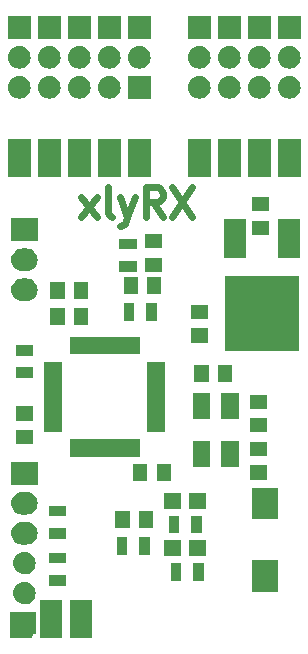
<source format=gbr>
G04 #@! TF.FileFunction,Soldermask,Top*
%FSLAX46Y46*%
G04 Gerber Fmt 4.6, Leading zero omitted, Abs format (unit mm)*
G04 Created by KiCad (PCBNEW (2016-11-06 revision 9ab7cfe)-master) date Tue Jan 10 10:26:56 2017*
%MOMM*%
%LPD*%
G01*
G04 APERTURE LIST*
%ADD10C,0.100000*%
%ADD11C,0.625000*%
G04 APERTURE END LIST*
D10*
D11*
X99207619Y-71490952D02*
X100517142Y-69824285D01*
X99207619Y-69824285D02*
X100517142Y-71490952D01*
X101826666Y-71490952D02*
X101588571Y-71371904D01*
X101469523Y-71133809D01*
X101469523Y-68990952D01*
X102540952Y-69824285D02*
X103136190Y-71490952D01*
X103731428Y-69824285D02*
X103136190Y-71490952D01*
X102898095Y-72086190D01*
X102779047Y-72205238D01*
X102540952Y-72324285D01*
X106112380Y-71490952D02*
X105279047Y-70300476D01*
X104683809Y-71490952D02*
X104683809Y-68990952D01*
X105636190Y-68990952D01*
X105874285Y-69110000D01*
X105993333Y-69229047D01*
X106112380Y-69467142D01*
X106112380Y-69824285D01*
X105993333Y-70062380D01*
X105874285Y-70181428D01*
X105636190Y-70300476D01*
X104683809Y-70300476D01*
X106945714Y-68990952D02*
X108612380Y-71490952D01*
X108612380Y-68990952D02*
X106945714Y-71490952D01*
D10*
G36*
X95155332Y-104962388D02*
X95174091Y-104968079D01*
X95193600Y-104970000D01*
X95360000Y-104970000D01*
X95360000Y-106870000D01*
X95193600Y-106870000D01*
X95174091Y-106871921D01*
X95155332Y-106877612D01*
X95138043Y-106886853D01*
X95122889Y-106899289D01*
X95110453Y-106914443D01*
X95101212Y-106931732D01*
X95095521Y-106950491D01*
X95093600Y-106970000D01*
X95093600Y-107160000D01*
X93166400Y-107160000D01*
X93166400Y-104960000D01*
X95150864Y-104960000D01*
X95155332Y-104962388D01*
X95155332Y-104962388D01*
G37*
G36*
X97633600Y-107160000D02*
X95706400Y-107160000D01*
X95706400Y-103960000D01*
X97633600Y-103960000D01*
X97633600Y-107160000D01*
X97633600Y-107160000D01*
G37*
G36*
X100173600Y-107160000D02*
X98246400Y-107160000D01*
X98246400Y-103960000D01*
X100173600Y-103960000D01*
X100173600Y-107160000D01*
X100173600Y-107160000D01*
G37*
G36*
X94423805Y-102430064D02*
X94423810Y-102430065D01*
X94427861Y-102430093D01*
X94612113Y-102450760D01*
X94788842Y-102506821D01*
X94951316Y-102596142D01*
X95093346Y-102715320D01*
X95209523Y-102859815D01*
X95295422Y-103024124D01*
X95347770Y-103201988D01*
X95347776Y-103202049D01*
X95347784Y-103202078D01*
X95364578Y-103386627D01*
X95345208Y-103570926D01*
X95345201Y-103570949D01*
X95345193Y-103571024D01*
X95290367Y-103748140D01*
X95202183Y-103911233D01*
X95083999Y-104054092D01*
X94940319Y-104171275D01*
X94776614Y-104258319D01*
X94599120Y-104311907D01*
X94414597Y-104330000D01*
X94405328Y-104330000D01*
X94396195Y-104329936D01*
X94396190Y-104329935D01*
X94392139Y-104329907D01*
X94207887Y-104309240D01*
X94031158Y-104253179D01*
X93868684Y-104163858D01*
X93726654Y-104044680D01*
X93610477Y-103900185D01*
X93524578Y-103735876D01*
X93472230Y-103558012D01*
X93472224Y-103557951D01*
X93472216Y-103557922D01*
X93455422Y-103373373D01*
X93474792Y-103189074D01*
X93474799Y-103189051D01*
X93474807Y-103188976D01*
X93529633Y-103011860D01*
X93617817Y-102848767D01*
X93736001Y-102705908D01*
X93879681Y-102588725D01*
X94043386Y-102501681D01*
X94220880Y-102448093D01*
X94405403Y-102430000D01*
X94414672Y-102430000D01*
X94423805Y-102430064D01*
X94423805Y-102430064D01*
G37*
G36*
X115910000Y-103285000D02*
X113710000Y-103285000D01*
X113710000Y-100585000D01*
X115910000Y-100585000D01*
X115910000Y-103285000D01*
X115910000Y-103285000D01*
G37*
G36*
X97960000Y-102760000D02*
X96460000Y-102760000D01*
X96460000Y-101860000D01*
X97960000Y-101860000D01*
X97960000Y-102760000D01*
X97960000Y-102760000D01*
G37*
G36*
X107710000Y-102310000D02*
X106810000Y-102310000D01*
X106810000Y-100810000D01*
X107710000Y-100810000D01*
X107710000Y-102310000D01*
X107710000Y-102310000D01*
G37*
G36*
X109610000Y-102310000D02*
X108710000Y-102310000D01*
X108710000Y-100810000D01*
X109610000Y-100810000D01*
X109610000Y-102310000D01*
X109610000Y-102310000D01*
G37*
G36*
X94423805Y-99890064D02*
X94423810Y-99890065D01*
X94427861Y-99890093D01*
X94612113Y-99910760D01*
X94788842Y-99966821D01*
X94951316Y-100056142D01*
X95093346Y-100175320D01*
X95209523Y-100319815D01*
X95295422Y-100484124D01*
X95347770Y-100661988D01*
X95347776Y-100662049D01*
X95347784Y-100662078D01*
X95364578Y-100846627D01*
X95345208Y-101030926D01*
X95345201Y-101030949D01*
X95345193Y-101031024D01*
X95290367Y-101208140D01*
X95202183Y-101371233D01*
X95083999Y-101514092D01*
X94940319Y-101631275D01*
X94776614Y-101718319D01*
X94599120Y-101771907D01*
X94414597Y-101790000D01*
X94405328Y-101790000D01*
X94396195Y-101789936D01*
X94396190Y-101789935D01*
X94392139Y-101789907D01*
X94207887Y-101769240D01*
X94031158Y-101713179D01*
X93868684Y-101623858D01*
X93726654Y-101504680D01*
X93610477Y-101360185D01*
X93524578Y-101195876D01*
X93472230Y-101018012D01*
X93472224Y-101017951D01*
X93472216Y-101017922D01*
X93455422Y-100833373D01*
X93474792Y-100649074D01*
X93474799Y-100649051D01*
X93474807Y-100648976D01*
X93529633Y-100471860D01*
X93617817Y-100308767D01*
X93736001Y-100165908D01*
X93879681Y-100048725D01*
X94043386Y-99961681D01*
X94220880Y-99908093D01*
X94405403Y-99890000D01*
X94414672Y-99890000D01*
X94423805Y-99890064D01*
X94423805Y-99890064D01*
G37*
G36*
X97960000Y-100860000D02*
X96460000Y-100860000D01*
X96460000Y-99960000D01*
X97960000Y-99960000D01*
X97960000Y-100860000D01*
X97960000Y-100860000D01*
G37*
G36*
X107660420Y-100259440D02*
X106261540Y-100259440D01*
X106261540Y-98860560D01*
X107660420Y-98860560D01*
X107660420Y-100259440D01*
X107660420Y-100259440D01*
G37*
G36*
X109758460Y-100259440D02*
X108359580Y-100259440D01*
X108359580Y-98860560D01*
X109758460Y-98860560D01*
X109758460Y-100259440D01*
X109758460Y-100259440D01*
G37*
G36*
X105010000Y-100110000D02*
X104110000Y-100110000D01*
X104110000Y-98610000D01*
X105010000Y-98610000D01*
X105010000Y-100110000D01*
X105010000Y-100110000D01*
G37*
G36*
X103110000Y-100110000D02*
X102210000Y-100110000D01*
X102210000Y-98610000D01*
X103110000Y-98610000D01*
X103110000Y-100110000D01*
X103110000Y-100110000D01*
G37*
G36*
X94577196Y-97336465D02*
X94577202Y-97336466D01*
X94581254Y-97336494D01*
X94768144Y-97357457D01*
X94947402Y-97414321D01*
X95112202Y-97504921D01*
X95256266Y-97625804D01*
X95374106Y-97772368D01*
X95461234Y-97939029D01*
X95514332Y-98119439D01*
X95514338Y-98119500D01*
X95514346Y-98119529D01*
X95531381Y-98306722D01*
X95511733Y-98493662D01*
X95511727Y-98493681D01*
X95511719Y-98493759D01*
X95456107Y-98673410D01*
X95366661Y-98838838D01*
X95246786Y-98983742D01*
X95101048Y-99102603D01*
X94934999Y-99190893D01*
X94754964Y-99245248D01*
X94567800Y-99263600D01*
X94252130Y-99263600D01*
X94242804Y-99263535D01*
X94242798Y-99263534D01*
X94238746Y-99263506D01*
X94051856Y-99242543D01*
X93872598Y-99185679D01*
X93707798Y-99095079D01*
X93563734Y-98974196D01*
X93445894Y-98827632D01*
X93358766Y-98660971D01*
X93305668Y-98480561D01*
X93305662Y-98480500D01*
X93305654Y-98480471D01*
X93288619Y-98293278D01*
X93308267Y-98106338D01*
X93308273Y-98106319D01*
X93308281Y-98106241D01*
X93363893Y-97926590D01*
X93453339Y-97761162D01*
X93573214Y-97616258D01*
X93718952Y-97497397D01*
X93885001Y-97409107D01*
X94065036Y-97354752D01*
X94252200Y-97336400D01*
X94567870Y-97336400D01*
X94577196Y-97336465D01*
X94577196Y-97336465D01*
G37*
G36*
X97960000Y-98760000D02*
X96460000Y-98760000D01*
X96460000Y-97860000D01*
X97960000Y-97860000D01*
X97960000Y-98760000D01*
X97960000Y-98760000D01*
G37*
G36*
X109410000Y-98310000D02*
X108510000Y-98310000D01*
X108510000Y-96810000D01*
X109410000Y-96810000D01*
X109410000Y-98310000D01*
X109410000Y-98310000D01*
G37*
G36*
X107510000Y-98310000D02*
X106610000Y-98310000D01*
X106610000Y-96810000D01*
X107510000Y-96810000D01*
X107510000Y-98310000D01*
X107510000Y-98310000D01*
G37*
G36*
X105310000Y-97885000D02*
X104110000Y-97885000D01*
X104110000Y-96435000D01*
X105310000Y-96435000D01*
X105310000Y-97885000D01*
X105310000Y-97885000D01*
G37*
G36*
X103310000Y-97885000D02*
X102110000Y-97885000D01*
X102110000Y-96435000D01*
X103310000Y-96435000D01*
X103310000Y-97885000D01*
X103310000Y-97885000D01*
G37*
G36*
X115910000Y-97135000D02*
X113710000Y-97135000D01*
X113710000Y-94435000D01*
X115910000Y-94435000D01*
X115910000Y-97135000D01*
X115910000Y-97135000D01*
G37*
G36*
X97960000Y-96860000D02*
X96460000Y-96860000D01*
X96460000Y-95960000D01*
X97960000Y-95960000D01*
X97960000Y-96860000D01*
X97960000Y-96860000D01*
G37*
G36*
X94577196Y-94796465D02*
X94577202Y-94796466D01*
X94581254Y-94796494D01*
X94768144Y-94817457D01*
X94947402Y-94874321D01*
X95112202Y-94964921D01*
X95256266Y-95085804D01*
X95374106Y-95232368D01*
X95461234Y-95399029D01*
X95514332Y-95579439D01*
X95514338Y-95579500D01*
X95514346Y-95579529D01*
X95531381Y-95766722D01*
X95511733Y-95953662D01*
X95511727Y-95953681D01*
X95511719Y-95953759D01*
X95456107Y-96133410D01*
X95366661Y-96298838D01*
X95246786Y-96443742D01*
X95101048Y-96562603D01*
X94934999Y-96650893D01*
X94754964Y-96705248D01*
X94567800Y-96723600D01*
X94252130Y-96723600D01*
X94242804Y-96723535D01*
X94242798Y-96723534D01*
X94238746Y-96723506D01*
X94051856Y-96702543D01*
X93872598Y-96645679D01*
X93707798Y-96555079D01*
X93563734Y-96434196D01*
X93445894Y-96287632D01*
X93358766Y-96120971D01*
X93305668Y-95940561D01*
X93305662Y-95940500D01*
X93305654Y-95940471D01*
X93288619Y-95753278D01*
X93308267Y-95566338D01*
X93308273Y-95566319D01*
X93308281Y-95566241D01*
X93363893Y-95386590D01*
X93453339Y-95221162D01*
X93573214Y-95076258D01*
X93718952Y-94957397D01*
X93885001Y-94869107D01*
X94065036Y-94814752D01*
X94252200Y-94796400D01*
X94567870Y-94796400D01*
X94577196Y-94796465D01*
X94577196Y-94796465D01*
G37*
G36*
X107660420Y-96259440D02*
X106261540Y-96259440D01*
X106261540Y-94860560D01*
X107660420Y-94860560D01*
X107660420Y-96259440D01*
X107660420Y-96259440D01*
G37*
G36*
X109758460Y-96259440D02*
X108359580Y-96259440D01*
X108359580Y-94860560D01*
X109758460Y-94860560D01*
X109758460Y-96259440D01*
X109758460Y-96259440D01*
G37*
G36*
X95526000Y-94183600D02*
X93294000Y-94183600D01*
X93294000Y-92256400D01*
X95526000Y-92256400D01*
X95526000Y-94183600D01*
X95526000Y-94183600D01*
G37*
G36*
X106810000Y-93885000D02*
X105610000Y-93885000D01*
X105610000Y-92435000D01*
X106810000Y-92435000D01*
X106810000Y-93885000D01*
X106810000Y-93885000D01*
G37*
G36*
X104810000Y-93885000D02*
X103610000Y-93885000D01*
X103610000Y-92435000D01*
X104810000Y-92435000D01*
X104810000Y-93885000D01*
X104810000Y-93885000D01*
G37*
G36*
X114935000Y-93760000D02*
X113485000Y-93760000D01*
X113485000Y-92560000D01*
X114935000Y-92560000D01*
X114935000Y-93760000D01*
X114935000Y-93760000D01*
G37*
G36*
X110160000Y-92660000D02*
X108660000Y-92660000D01*
X108660000Y-90460000D01*
X110160000Y-90460000D01*
X110160000Y-92660000D01*
X110160000Y-92660000D01*
G37*
G36*
X112560000Y-92660000D02*
X111060000Y-92660000D01*
X111060000Y-90460000D01*
X112560000Y-90460000D01*
X112560000Y-92660000D01*
X112560000Y-92660000D01*
G37*
G36*
X104185000Y-91860000D02*
X98235000Y-91860000D01*
X98235000Y-90360000D01*
X104185000Y-90360000D01*
X104185000Y-91860000D01*
X104185000Y-91860000D01*
G37*
G36*
X114935000Y-91760000D02*
X113485000Y-91760000D01*
X113485000Y-90560000D01*
X114935000Y-90560000D01*
X114935000Y-91760000D01*
X114935000Y-91760000D01*
G37*
G36*
X95135000Y-90760000D02*
X93685000Y-90760000D01*
X93685000Y-89560000D01*
X95135000Y-89560000D01*
X95135000Y-90760000D01*
X95135000Y-90760000D01*
G37*
G36*
X114935000Y-89760000D02*
X113485000Y-89760000D01*
X113485000Y-88560000D01*
X114935000Y-88560000D01*
X114935000Y-89760000D01*
X114935000Y-89760000D01*
G37*
G36*
X106310000Y-89735000D02*
X104810000Y-89735000D01*
X104810000Y-83785000D01*
X106310000Y-83785000D01*
X106310000Y-89735000D01*
X106310000Y-89735000D01*
G37*
G36*
X97610000Y-89735000D02*
X96110000Y-89735000D01*
X96110000Y-83785000D01*
X97610000Y-83785000D01*
X97610000Y-89735000D01*
X97610000Y-89735000D01*
G37*
G36*
X95135000Y-88760000D02*
X93685000Y-88760000D01*
X93685000Y-87560000D01*
X95135000Y-87560000D01*
X95135000Y-88760000D01*
X95135000Y-88760000D01*
G37*
G36*
X112560000Y-88660000D02*
X111060000Y-88660000D01*
X111060000Y-86460000D01*
X112560000Y-86460000D01*
X112560000Y-88660000D01*
X112560000Y-88660000D01*
G37*
G36*
X110160000Y-88660000D02*
X108660000Y-88660000D01*
X108660000Y-86460000D01*
X110160000Y-86460000D01*
X110160000Y-88660000D01*
X110160000Y-88660000D01*
G37*
G36*
X114935000Y-87760000D02*
X113485000Y-87760000D01*
X113485000Y-86560000D01*
X114935000Y-86560000D01*
X114935000Y-87760000D01*
X114935000Y-87760000D01*
G37*
G36*
X110010000Y-85485000D02*
X108810000Y-85485000D01*
X108810000Y-84035000D01*
X110010000Y-84035000D01*
X110010000Y-85485000D01*
X110010000Y-85485000D01*
G37*
G36*
X112010000Y-85485000D02*
X110810000Y-85485000D01*
X110810000Y-84035000D01*
X112010000Y-84035000D01*
X112010000Y-85485000D01*
X112010000Y-85485000D01*
G37*
G36*
X95160000Y-85160000D02*
X93660000Y-85160000D01*
X93660000Y-84260000D01*
X95160000Y-84260000D01*
X95160000Y-85160000D01*
X95160000Y-85160000D01*
G37*
G36*
X95160000Y-83260000D02*
X93660000Y-83260000D01*
X93660000Y-82360000D01*
X95160000Y-82360000D01*
X95160000Y-83260000D01*
X95160000Y-83260000D01*
G37*
G36*
X104185000Y-83160000D02*
X98235000Y-83160000D01*
X98235000Y-81660000D01*
X104185000Y-81660000D01*
X104185000Y-83160000D01*
X104185000Y-83160000D01*
G37*
G36*
X117658000Y-82858000D02*
X111362000Y-82858000D01*
X111362000Y-76562000D01*
X117658000Y-76562000D01*
X117658000Y-82858000D01*
X117658000Y-82858000D01*
G37*
G36*
X109935000Y-82160000D02*
X108485000Y-82160000D01*
X108485000Y-80960000D01*
X109935000Y-80960000D01*
X109935000Y-82160000D01*
X109935000Y-82160000D01*
G37*
G36*
X99810000Y-80685000D02*
X98610000Y-80685000D01*
X98610000Y-79235000D01*
X99810000Y-79235000D01*
X99810000Y-80685000D01*
X99810000Y-80685000D01*
G37*
G36*
X97810000Y-80685000D02*
X96610000Y-80685000D01*
X96610000Y-79235000D01*
X97810000Y-79235000D01*
X97810000Y-80685000D01*
X97810000Y-80685000D01*
G37*
G36*
X105610000Y-80310000D02*
X104710000Y-80310000D01*
X104710000Y-78810000D01*
X105610000Y-78810000D01*
X105610000Y-80310000D01*
X105610000Y-80310000D01*
G37*
G36*
X103710000Y-80310000D02*
X102810000Y-80310000D01*
X102810000Y-78810000D01*
X103710000Y-78810000D01*
X103710000Y-80310000D01*
X103710000Y-80310000D01*
G37*
G36*
X109935000Y-80160000D02*
X108485000Y-80160000D01*
X108485000Y-78960000D01*
X109935000Y-78960000D01*
X109935000Y-80160000D01*
X109935000Y-80160000D01*
G37*
G36*
X94577196Y-76736465D02*
X94577202Y-76736466D01*
X94581254Y-76736494D01*
X94768144Y-76757457D01*
X94947402Y-76814321D01*
X95112202Y-76904921D01*
X95256266Y-77025804D01*
X95374106Y-77172368D01*
X95461234Y-77339029D01*
X95514332Y-77519439D01*
X95514338Y-77519500D01*
X95514346Y-77519529D01*
X95531381Y-77706722D01*
X95511733Y-77893662D01*
X95511727Y-77893681D01*
X95511719Y-77893759D01*
X95456107Y-78073410D01*
X95366661Y-78238838D01*
X95246786Y-78383742D01*
X95101048Y-78502603D01*
X94934999Y-78590893D01*
X94754964Y-78645248D01*
X94567800Y-78663600D01*
X94252130Y-78663600D01*
X94242804Y-78663535D01*
X94242798Y-78663534D01*
X94238746Y-78663506D01*
X94051856Y-78642543D01*
X93872598Y-78585679D01*
X93707798Y-78495079D01*
X93563734Y-78374196D01*
X93445894Y-78227632D01*
X93358766Y-78060971D01*
X93305668Y-77880561D01*
X93305662Y-77880500D01*
X93305654Y-77880471D01*
X93288619Y-77693278D01*
X93308267Y-77506338D01*
X93308273Y-77506319D01*
X93308281Y-77506241D01*
X93363893Y-77326590D01*
X93453339Y-77161162D01*
X93573214Y-77016258D01*
X93718952Y-76897397D01*
X93885001Y-76809107D01*
X94065036Y-76754752D01*
X94252200Y-76736400D01*
X94567870Y-76736400D01*
X94577196Y-76736465D01*
X94577196Y-76736465D01*
G37*
G36*
X99810000Y-78485000D02*
X98610000Y-78485000D01*
X98610000Y-77035000D01*
X99810000Y-77035000D01*
X99810000Y-78485000D01*
X99810000Y-78485000D01*
G37*
G36*
X97810000Y-78485000D02*
X96610000Y-78485000D01*
X96610000Y-77035000D01*
X97810000Y-77035000D01*
X97810000Y-78485000D01*
X97810000Y-78485000D01*
G37*
G36*
X104010000Y-78085000D02*
X102810000Y-78085000D01*
X102810000Y-76635000D01*
X104010000Y-76635000D01*
X104010000Y-78085000D01*
X104010000Y-78085000D01*
G37*
G36*
X106010000Y-78085000D02*
X104810000Y-78085000D01*
X104810000Y-76635000D01*
X106010000Y-76635000D01*
X106010000Y-78085000D01*
X106010000Y-78085000D01*
G37*
G36*
X103960000Y-76160000D02*
X102460000Y-76160000D01*
X102460000Y-75260000D01*
X103960000Y-75260000D01*
X103960000Y-76160000D01*
X103960000Y-76160000D01*
G37*
G36*
X106035000Y-76160000D02*
X104585000Y-76160000D01*
X104585000Y-74960000D01*
X106035000Y-74960000D01*
X106035000Y-76160000D01*
X106035000Y-76160000D01*
G37*
G36*
X94577196Y-74196465D02*
X94577202Y-74196466D01*
X94581254Y-74196494D01*
X94768144Y-74217457D01*
X94947402Y-74274321D01*
X95112202Y-74364921D01*
X95256266Y-74485804D01*
X95374106Y-74632368D01*
X95461234Y-74799029D01*
X95514332Y-74979439D01*
X95514338Y-74979500D01*
X95514346Y-74979529D01*
X95531381Y-75166722D01*
X95511733Y-75353662D01*
X95511727Y-75353681D01*
X95511719Y-75353759D01*
X95456107Y-75533410D01*
X95366661Y-75698838D01*
X95246786Y-75843742D01*
X95101048Y-75962603D01*
X94934999Y-76050893D01*
X94754964Y-76105248D01*
X94567800Y-76123600D01*
X94252130Y-76123600D01*
X94242804Y-76123535D01*
X94242798Y-76123534D01*
X94238746Y-76123506D01*
X94051856Y-76102543D01*
X93872598Y-76045679D01*
X93707798Y-75955079D01*
X93563734Y-75834196D01*
X93445894Y-75687632D01*
X93358766Y-75520971D01*
X93305668Y-75340561D01*
X93305662Y-75340500D01*
X93305654Y-75340471D01*
X93288619Y-75153278D01*
X93308267Y-74966338D01*
X93308273Y-74966319D01*
X93308281Y-74966241D01*
X93363893Y-74786590D01*
X93453339Y-74621162D01*
X93573214Y-74476258D01*
X93718952Y-74357397D01*
X93885001Y-74269107D01*
X94065036Y-74214752D01*
X94252200Y-74196400D01*
X94567870Y-74196400D01*
X94577196Y-74196465D01*
X94577196Y-74196465D01*
G37*
G36*
X113149500Y-74984000D02*
X111298500Y-74984000D01*
X111298500Y-71736000D01*
X113149500Y-71736000D01*
X113149500Y-74984000D01*
X113149500Y-74984000D01*
G37*
G36*
X117721500Y-74984000D02*
X115870500Y-74984000D01*
X115870500Y-71736000D01*
X117721500Y-71736000D01*
X117721500Y-74984000D01*
X117721500Y-74984000D01*
G37*
G36*
X103960000Y-74260000D02*
X102460000Y-74260000D01*
X102460000Y-73360000D01*
X103960000Y-73360000D01*
X103960000Y-74260000D01*
X103960000Y-74260000D01*
G37*
G36*
X106035000Y-74160000D02*
X104585000Y-74160000D01*
X104585000Y-72960000D01*
X106035000Y-72960000D01*
X106035000Y-74160000D01*
X106035000Y-74160000D01*
G37*
G36*
X95526000Y-73583600D02*
X93294000Y-73583600D01*
X93294000Y-71656400D01*
X95526000Y-71656400D01*
X95526000Y-73583600D01*
X95526000Y-73583600D01*
G37*
G36*
X115135000Y-73060000D02*
X113685000Y-73060000D01*
X113685000Y-71860000D01*
X115135000Y-71860000D01*
X115135000Y-73060000D01*
X115135000Y-73060000D01*
G37*
G36*
X115135000Y-71060000D02*
X113685000Y-71060000D01*
X113685000Y-69860000D01*
X115135000Y-69860000D01*
X115135000Y-71060000D01*
X115135000Y-71060000D01*
G37*
G36*
X102563600Y-68148000D02*
X100636400Y-68148000D01*
X100636400Y-64948000D01*
X102563600Y-64948000D01*
X102563600Y-68148000D01*
X102563600Y-68148000D01*
G37*
G36*
X100023600Y-68148000D02*
X98096400Y-68148000D01*
X98096400Y-64948000D01*
X100023600Y-64948000D01*
X100023600Y-68148000D01*
X100023600Y-68148000D01*
G37*
G36*
X97483600Y-68148000D02*
X95556400Y-68148000D01*
X95556400Y-64948000D01*
X97483600Y-64948000D01*
X97483600Y-68148000D01*
X97483600Y-68148000D01*
G37*
G36*
X110183600Y-68148000D02*
X108256400Y-68148000D01*
X108256400Y-64948000D01*
X110183600Y-64948000D01*
X110183600Y-68148000D01*
X110183600Y-68148000D01*
G37*
G36*
X112723600Y-68148000D02*
X110796400Y-68148000D01*
X110796400Y-64948000D01*
X112723600Y-64948000D01*
X112723600Y-68148000D01*
X112723600Y-68148000D01*
G37*
G36*
X94943600Y-68148000D02*
X93016400Y-68148000D01*
X93016400Y-64948000D01*
X94943600Y-64948000D01*
X94943600Y-68148000D01*
X94943600Y-68148000D01*
G37*
G36*
X115263600Y-68148000D02*
X113336400Y-68148000D01*
X113336400Y-64948000D01*
X115263600Y-64948000D01*
X115263600Y-68148000D01*
X115263600Y-68148000D01*
G37*
G36*
X117803600Y-68148000D02*
X115876400Y-68148000D01*
X115876400Y-64948000D01*
X117803600Y-64948000D01*
X117803600Y-68148000D01*
X117803600Y-68148000D01*
G37*
G36*
X105103600Y-68148000D02*
X103176400Y-68148000D01*
X103176400Y-64948000D01*
X105103600Y-64948000D01*
X105103600Y-68148000D01*
X105103600Y-68148000D01*
G37*
G36*
X116853805Y-59610064D02*
X116853810Y-59610065D01*
X116857861Y-59610093D01*
X117042113Y-59630760D01*
X117218842Y-59686821D01*
X117381316Y-59776142D01*
X117523346Y-59895320D01*
X117639523Y-60039815D01*
X117725422Y-60204124D01*
X117777770Y-60381988D01*
X117777776Y-60382049D01*
X117777784Y-60382078D01*
X117794578Y-60566627D01*
X117775208Y-60750926D01*
X117775201Y-60750949D01*
X117775193Y-60751024D01*
X117720367Y-60928140D01*
X117632183Y-61091233D01*
X117513999Y-61234092D01*
X117370319Y-61351275D01*
X117206614Y-61438319D01*
X117029120Y-61491907D01*
X116844597Y-61510000D01*
X116835328Y-61510000D01*
X116826195Y-61509936D01*
X116826190Y-61509935D01*
X116822139Y-61509907D01*
X116637887Y-61489240D01*
X116461158Y-61433179D01*
X116298684Y-61343858D01*
X116156654Y-61224680D01*
X116040477Y-61080185D01*
X115954578Y-60915876D01*
X115902230Y-60738012D01*
X115902224Y-60737951D01*
X115902216Y-60737922D01*
X115885422Y-60553373D01*
X115904792Y-60369074D01*
X115904799Y-60369051D01*
X115904807Y-60368976D01*
X115959633Y-60191860D01*
X116047817Y-60028767D01*
X116166001Y-59885908D01*
X116309681Y-59768725D01*
X116473386Y-59681681D01*
X116650880Y-59628093D01*
X116835403Y-59610000D01*
X116844672Y-59610000D01*
X116853805Y-59610064D01*
X116853805Y-59610064D01*
G37*
G36*
X96533805Y-59610064D02*
X96533810Y-59610065D01*
X96537861Y-59610093D01*
X96722113Y-59630760D01*
X96898842Y-59686821D01*
X97061316Y-59776142D01*
X97203346Y-59895320D01*
X97319523Y-60039815D01*
X97405422Y-60204124D01*
X97457770Y-60381988D01*
X97457776Y-60382049D01*
X97457784Y-60382078D01*
X97474578Y-60566627D01*
X97455208Y-60750926D01*
X97455201Y-60750949D01*
X97455193Y-60751024D01*
X97400367Y-60928140D01*
X97312183Y-61091233D01*
X97193999Y-61234092D01*
X97050319Y-61351275D01*
X96886614Y-61438319D01*
X96709120Y-61491907D01*
X96524597Y-61510000D01*
X96515328Y-61510000D01*
X96506195Y-61509936D01*
X96506190Y-61509935D01*
X96502139Y-61509907D01*
X96317887Y-61489240D01*
X96141158Y-61433179D01*
X95978684Y-61343858D01*
X95836654Y-61224680D01*
X95720477Y-61080185D01*
X95634578Y-60915876D01*
X95582230Y-60738012D01*
X95582224Y-60737951D01*
X95582216Y-60737922D01*
X95565422Y-60553373D01*
X95584792Y-60369074D01*
X95584799Y-60369051D01*
X95584807Y-60368976D01*
X95639633Y-60191860D01*
X95727817Y-60028767D01*
X95846001Y-59885908D01*
X95989681Y-59768725D01*
X96153386Y-59681681D01*
X96330880Y-59628093D01*
X96515403Y-59610000D01*
X96524672Y-59610000D01*
X96533805Y-59610064D01*
X96533805Y-59610064D01*
G37*
G36*
X114313805Y-59610064D02*
X114313810Y-59610065D01*
X114317861Y-59610093D01*
X114502113Y-59630760D01*
X114678842Y-59686821D01*
X114841316Y-59776142D01*
X114983346Y-59895320D01*
X115099523Y-60039815D01*
X115185422Y-60204124D01*
X115237770Y-60381988D01*
X115237776Y-60382049D01*
X115237784Y-60382078D01*
X115254578Y-60566627D01*
X115235208Y-60750926D01*
X115235201Y-60750949D01*
X115235193Y-60751024D01*
X115180367Y-60928140D01*
X115092183Y-61091233D01*
X114973999Y-61234092D01*
X114830319Y-61351275D01*
X114666614Y-61438319D01*
X114489120Y-61491907D01*
X114304597Y-61510000D01*
X114295328Y-61510000D01*
X114286195Y-61509936D01*
X114286190Y-61509935D01*
X114282139Y-61509907D01*
X114097887Y-61489240D01*
X113921158Y-61433179D01*
X113758684Y-61343858D01*
X113616654Y-61224680D01*
X113500477Y-61080185D01*
X113414578Y-60915876D01*
X113362230Y-60738012D01*
X113362224Y-60737951D01*
X113362216Y-60737922D01*
X113345422Y-60553373D01*
X113364792Y-60369074D01*
X113364799Y-60369051D01*
X113364807Y-60368976D01*
X113419633Y-60191860D01*
X113507817Y-60028767D01*
X113626001Y-59885908D01*
X113769681Y-59768725D01*
X113933386Y-59681681D01*
X114110880Y-59628093D01*
X114295403Y-59610000D01*
X114304672Y-59610000D01*
X114313805Y-59610064D01*
X114313805Y-59610064D01*
G37*
G36*
X111773805Y-59610064D02*
X111773810Y-59610065D01*
X111777861Y-59610093D01*
X111962113Y-59630760D01*
X112138842Y-59686821D01*
X112301316Y-59776142D01*
X112443346Y-59895320D01*
X112559523Y-60039815D01*
X112645422Y-60204124D01*
X112697770Y-60381988D01*
X112697776Y-60382049D01*
X112697784Y-60382078D01*
X112714578Y-60566627D01*
X112695208Y-60750926D01*
X112695201Y-60750949D01*
X112695193Y-60751024D01*
X112640367Y-60928140D01*
X112552183Y-61091233D01*
X112433999Y-61234092D01*
X112290319Y-61351275D01*
X112126614Y-61438319D01*
X111949120Y-61491907D01*
X111764597Y-61510000D01*
X111755328Y-61510000D01*
X111746195Y-61509936D01*
X111746190Y-61509935D01*
X111742139Y-61509907D01*
X111557887Y-61489240D01*
X111381158Y-61433179D01*
X111218684Y-61343858D01*
X111076654Y-61224680D01*
X110960477Y-61080185D01*
X110874578Y-60915876D01*
X110822230Y-60738012D01*
X110822224Y-60737951D01*
X110822216Y-60737922D01*
X110805422Y-60553373D01*
X110824792Y-60369074D01*
X110824799Y-60369051D01*
X110824807Y-60368976D01*
X110879633Y-60191860D01*
X110967817Y-60028767D01*
X111086001Y-59885908D01*
X111229681Y-59768725D01*
X111393386Y-59681681D01*
X111570880Y-59628093D01*
X111755403Y-59610000D01*
X111764672Y-59610000D01*
X111773805Y-59610064D01*
X111773805Y-59610064D01*
G37*
G36*
X109233805Y-59610064D02*
X109233810Y-59610065D01*
X109237861Y-59610093D01*
X109422113Y-59630760D01*
X109598842Y-59686821D01*
X109761316Y-59776142D01*
X109903346Y-59895320D01*
X110019523Y-60039815D01*
X110105422Y-60204124D01*
X110157770Y-60381988D01*
X110157776Y-60382049D01*
X110157784Y-60382078D01*
X110174578Y-60566627D01*
X110155208Y-60750926D01*
X110155201Y-60750949D01*
X110155193Y-60751024D01*
X110100367Y-60928140D01*
X110012183Y-61091233D01*
X109893999Y-61234092D01*
X109750319Y-61351275D01*
X109586614Y-61438319D01*
X109409120Y-61491907D01*
X109224597Y-61510000D01*
X109215328Y-61510000D01*
X109206195Y-61509936D01*
X109206190Y-61509935D01*
X109202139Y-61509907D01*
X109017887Y-61489240D01*
X108841158Y-61433179D01*
X108678684Y-61343858D01*
X108536654Y-61224680D01*
X108420477Y-61080185D01*
X108334578Y-60915876D01*
X108282230Y-60738012D01*
X108282224Y-60737951D01*
X108282216Y-60737922D01*
X108265422Y-60553373D01*
X108284792Y-60369074D01*
X108284799Y-60369051D01*
X108284807Y-60368976D01*
X108339633Y-60191860D01*
X108427817Y-60028767D01*
X108546001Y-59885908D01*
X108689681Y-59768725D01*
X108853386Y-59681681D01*
X109030880Y-59628093D01*
X109215403Y-59610000D01*
X109224672Y-59610000D01*
X109233805Y-59610064D01*
X109233805Y-59610064D01*
G37*
G36*
X101613805Y-59610064D02*
X101613810Y-59610065D01*
X101617861Y-59610093D01*
X101802113Y-59630760D01*
X101978842Y-59686821D01*
X102141316Y-59776142D01*
X102283346Y-59895320D01*
X102399523Y-60039815D01*
X102485422Y-60204124D01*
X102537770Y-60381988D01*
X102537776Y-60382049D01*
X102537784Y-60382078D01*
X102554578Y-60566627D01*
X102535208Y-60750926D01*
X102535201Y-60750949D01*
X102535193Y-60751024D01*
X102480367Y-60928140D01*
X102392183Y-61091233D01*
X102273999Y-61234092D01*
X102130319Y-61351275D01*
X101966614Y-61438319D01*
X101789120Y-61491907D01*
X101604597Y-61510000D01*
X101595328Y-61510000D01*
X101586195Y-61509936D01*
X101586190Y-61509935D01*
X101582139Y-61509907D01*
X101397887Y-61489240D01*
X101221158Y-61433179D01*
X101058684Y-61343858D01*
X100916654Y-61224680D01*
X100800477Y-61080185D01*
X100714578Y-60915876D01*
X100662230Y-60738012D01*
X100662224Y-60737951D01*
X100662216Y-60737922D01*
X100645422Y-60553373D01*
X100664792Y-60369074D01*
X100664799Y-60369051D01*
X100664807Y-60368976D01*
X100719633Y-60191860D01*
X100807817Y-60028767D01*
X100926001Y-59885908D01*
X101069681Y-59768725D01*
X101233386Y-59681681D01*
X101410880Y-59628093D01*
X101595403Y-59610000D01*
X101604672Y-59610000D01*
X101613805Y-59610064D01*
X101613805Y-59610064D01*
G37*
G36*
X99073805Y-59610064D02*
X99073810Y-59610065D01*
X99077861Y-59610093D01*
X99262113Y-59630760D01*
X99438842Y-59686821D01*
X99601316Y-59776142D01*
X99743346Y-59895320D01*
X99859523Y-60039815D01*
X99945422Y-60204124D01*
X99997770Y-60381988D01*
X99997776Y-60382049D01*
X99997784Y-60382078D01*
X100014578Y-60566627D01*
X99995208Y-60750926D01*
X99995201Y-60750949D01*
X99995193Y-60751024D01*
X99940367Y-60928140D01*
X99852183Y-61091233D01*
X99733999Y-61234092D01*
X99590319Y-61351275D01*
X99426614Y-61438319D01*
X99249120Y-61491907D01*
X99064597Y-61510000D01*
X99055328Y-61510000D01*
X99046195Y-61509936D01*
X99046190Y-61509935D01*
X99042139Y-61509907D01*
X98857887Y-61489240D01*
X98681158Y-61433179D01*
X98518684Y-61343858D01*
X98376654Y-61224680D01*
X98260477Y-61080185D01*
X98174578Y-60915876D01*
X98122230Y-60738012D01*
X98122224Y-60737951D01*
X98122216Y-60737922D01*
X98105422Y-60553373D01*
X98124792Y-60369074D01*
X98124799Y-60369051D01*
X98124807Y-60368976D01*
X98179633Y-60191860D01*
X98267817Y-60028767D01*
X98386001Y-59885908D01*
X98529681Y-59768725D01*
X98693386Y-59681681D01*
X98870880Y-59628093D01*
X99055403Y-59610000D01*
X99064672Y-59610000D01*
X99073805Y-59610064D01*
X99073805Y-59610064D01*
G37*
G36*
X93993805Y-59610064D02*
X93993810Y-59610065D01*
X93997861Y-59610093D01*
X94182113Y-59630760D01*
X94358842Y-59686821D01*
X94521316Y-59776142D01*
X94663346Y-59895320D01*
X94779523Y-60039815D01*
X94865422Y-60204124D01*
X94917770Y-60381988D01*
X94917776Y-60382049D01*
X94917784Y-60382078D01*
X94934578Y-60566627D01*
X94915208Y-60750926D01*
X94915201Y-60750949D01*
X94915193Y-60751024D01*
X94860367Y-60928140D01*
X94772183Y-61091233D01*
X94653999Y-61234092D01*
X94510319Y-61351275D01*
X94346614Y-61438319D01*
X94169120Y-61491907D01*
X93984597Y-61510000D01*
X93975328Y-61510000D01*
X93966195Y-61509936D01*
X93966190Y-61509935D01*
X93962139Y-61509907D01*
X93777887Y-61489240D01*
X93601158Y-61433179D01*
X93438684Y-61343858D01*
X93296654Y-61224680D01*
X93180477Y-61080185D01*
X93094578Y-60915876D01*
X93042230Y-60738012D01*
X93042224Y-60737951D01*
X93042216Y-60737922D01*
X93025422Y-60553373D01*
X93044792Y-60369074D01*
X93044799Y-60369051D01*
X93044807Y-60368976D01*
X93099633Y-60191860D01*
X93187817Y-60028767D01*
X93306001Y-59885908D01*
X93449681Y-59768725D01*
X93613386Y-59681681D01*
X93790880Y-59628093D01*
X93975403Y-59610000D01*
X93984672Y-59610000D01*
X93993805Y-59610064D01*
X93993805Y-59610064D01*
G37*
G36*
X105090000Y-61510000D02*
X103190000Y-61510000D01*
X103190000Y-59610000D01*
X105090000Y-59610000D01*
X105090000Y-61510000D01*
X105090000Y-61510000D01*
G37*
G36*
X96533805Y-57070064D02*
X96533810Y-57070065D01*
X96537861Y-57070093D01*
X96722113Y-57090760D01*
X96898842Y-57146821D01*
X97061316Y-57236142D01*
X97203346Y-57355320D01*
X97319523Y-57499815D01*
X97405422Y-57664124D01*
X97457770Y-57841988D01*
X97457776Y-57842049D01*
X97457784Y-57842078D01*
X97474578Y-58026627D01*
X97455208Y-58210926D01*
X97455201Y-58210949D01*
X97455193Y-58211024D01*
X97400367Y-58388140D01*
X97312183Y-58551233D01*
X97193999Y-58694092D01*
X97050319Y-58811275D01*
X96886614Y-58898319D01*
X96709120Y-58951907D01*
X96524597Y-58970000D01*
X96515328Y-58970000D01*
X96506195Y-58969936D01*
X96506190Y-58969935D01*
X96502139Y-58969907D01*
X96317887Y-58949240D01*
X96141158Y-58893179D01*
X95978684Y-58803858D01*
X95836654Y-58684680D01*
X95720477Y-58540185D01*
X95634578Y-58375876D01*
X95582230Y-58198012D01*
X95582224Y-58197951D01*
X95582216Y-58197922D01*
X95565422Y-58013373D01*
X95584792Y-57829074D01*
X95584799Y-57829051D01*
X95584807Y-57828976D01*
X95639633Y-57651860D01*
X95727817Y-57488767D01*
X95846001Y-57345908D01*
X95989681Y-57228725D01*
X96153386Y-57141681D01*
X96330880Y-57088093D01*
X96515403Y-57070000D01*
X96524672Y-57070000D01*
X96533805Y-57070064D01*
X96533805Y-57070064D01*
G37*
G36*
X93993805Y-57070064D02*
X93993810Y-57070065D01*
X93997861Y-57070093D01*
X94182113Y-57090760D01*
X94358842Y-57146821D01*
X94521316Y-57236142D01*
X94663346Y-57355320D01*
X94779523Y-57499815D01*
X94865422Y-57664124D01*
X94917770Y-57841988D01*
X94917776Y-57842049D01*
X94917784Y-57842078D01*
X94934578Y-58026627D01*
X94915208Y-58210926D01*
X94915201Y-58210949D01*
X94915193Y-58211024D01*
X94860367Y-58388140D01*
X94772183Y-58551233D01*
X94653999Y-58694092D01*
X94510319Y-58811275D01*
X94346614Y-58898319D01*
X94169120Y-58951907D01*
X93984597Y-58970000D01*
X93975328Y-58970000D01*
X93966195Y-58969936D01*
X93966190Y-58969935D01*
X93962139Y-58969907D01*
X93777887Y-58949240D01*
X93601158Y-58893179D01*
X93438684Y-58803858D01*
X93296654Y-58684680D01*
X93180477Y-58540185D01*
X93094578Y-58375876D01*
X93042230Y-58198012D01*
X93042224Y-58197951D01*
X93042216Y-58197922D01*
X93025422Y-58013373D01*
X93044792Y-57829074D01*
X93044799Y-57829051D01*
X93044807Y-57828976D01*
X93099633Y-57651860D01*
X93187817Y-57488767D01*
X93306001Y-57345908D01*
X93449681Y-57228725D01*
X93613386Y-57141681D01*
X93790880Y-57088093D01*
X93975403Y-57070000D01*
X93984672Y-57070000D01*
X93993805Y-57070064D01*
X93993805Y-57070064D01*
G37*
G36*
X116853805Y-57070064D02*
X116853810Y-57070065D01*
X116857861Y-57070093D01*
X117042113Y-57090760D01*
X117218842Y-57146821D01*
X117381316Y-57236142D01*
X117523346Y-57355320D01*
X117639523Y-57499815D01*
X117725422Y-57664124D01*
X117777770Y-57841988D01*
X117777776Y-57842049D01*
X117777784Y-57842078D01*
X117794578Y-58026627D01*
X117775208Y-58210926D01*
X117775201Y-58210949D01*
X117775193Y-58211024D01*
X117720367Y-58388140D01*
X117632183Y-58551233D01*
X117513999Y-58694092D01*
X117370319Y-58811275D01*
X117206614Y-58898319D01*
X117029120Y-58951907D01*
X116844597Y-58970000D01*
X116835328Y-58970000D01*
X116826195Y-58969936D01*
X116826190Y-58969935D01*
X116822139Y-58969907D01*
X116637887Y-58949240D01*
X116461158Y-58893179D01*
X116298684Y-58803858D01*
X116156654Y-58684680D01*
X116040477Y-58540185D01*
X115954578Y-58375876D01*
X115902230Y-58198012D01*
X115902224Y-58197951D01*
X115902216Y-58197922D01*
X115885422Y-58013373D01*
X115904792Y-57829074D01*
X115904799Y-57829051D01*
X115904807Y-57828976D01*
X115959633Y-57651860D01*
X116047817Y-57488767D01*
X116166001Y-57345908D01*
X116309681Y-57228725D01*
X116473386Y-57141681D01*
X116650880Y-57088093D01*
X116835403Y-57070000D01*
X116844672Y-57070000D01*
X116853805Y-57070064D01*
X116853805Y-57070064D01*
G37*
G36*
X99073805Y-57070064D02*
X99073810Y-57070065D01*
X99077861Y-57070093D01*
X99262113Y-57090760D01*
X99438842Y-57146821D01*
X99601316Y-57236142D01*
X99743346Y-57355320D01*
X99859523Y-57499815D01*
X99945422Y-57664124D01*
X99997770Y-57841988D01*
X99997776Y-57842049D01*
X99997784Y-57842078D01*
X100014578Y-58026627D01*
X99995208Y-58210926D01*
X99995201Y-58210949D01*
X99995193Y-58211024D01*
X99940367Y-58388140D01*
X99852183Y-58551233D01*
X99733999Y-58694092D01*
X99590319Y-58811275D01*
X99426614Y-58898319D01*
X99249120Y-58951907D01*
X99064597Y-58970000D01*
X99055328Y-58970000D01*
X99046195Y-58969936D01*
X99046190Y-58969935D01*
X99042139Y-58969907D01*
X98857887Y-58949240D01*
X98681158Y-58893179D01*
X98518684Y-58803858D01*
X98376654Y-58684680D01*
X98260477Y-58540185D01*
X98174578Y-58375876D01*
X98122230Y-58198012D01*
X98122224Y-58197951D01*
X98122216Y-58197922D01*
X98105422Y-58013373D01*
X98124792Y-57829074D01*
X98124799Y-57829051D01*
X98124807Y-57828976D01*
X98179633Y-57651860D01*
X98267817Y-57488767D01*
X98386001Y-57345908D01*
X98529681Y-57228725D01*
X98693386Y-57141681D01*
X98870880Y-57088093D01*
X99055403Y-57070000D01*
X99064672Y-57070000D01*
X99073805Y-57070064D01*
X99073805Y-57070064D01*
G37*
G36*
X114313805Y-57070064D02*
X114313810Y-57070065D01*
X114317861Y-57070093D01*
X114502113Y-57090760D01*
X114678842Y-57146821D01*
X114841316Y-57236142D01*
X114983346Y-57355320D01*
X115099523Y-57499815D01*
X115185422Y-57664124D01*
X115237770Y-57841988D01*
X115237776Y-57842049D01*
X115237784Y-57842078D01*
X115254578Y-58026627D01*
X115235208Y-58210926D01*
X115235201Y-58210949D01*
X115235193Y-58211024D01*
X115180367Y-58388140D01*
X115092183Y-58551233D01*
X114973999Y-58694092D01*
X114830319Y-58811275D01*
X114666614Y-58898319D01*
X114489120Y-58951907D01*
X114304597Y-58970000D01*
X114295328Y-58970000D01*
X114286195Y-58969936D01*
X114286190Y-58969935D01*
X114282139Y-58969907D01*
X114097887Y-58949240D01*
X113921158Y-58893179D01*
X113758684Y-58803858D01*
X113616654Y-58684680D01*
X113500477Y-58540185D01*
X113414578Y-58375876D01*
X113362230Y-58198012D01*
X113362224Y-58197951D01*
X113362216Y-58197922D01*
X113345422Y-58013373D01*
X113364792Y-57829074D01*
X113364799Y-57829051D01*
X113364807Y-57828976D01*
X113419633Y-57651860D01*
X113507817Y-57488767D01*
X113626001Y-57345908D01*
X113769681Y-57228725D01*
X113933386Y-57141681D01*
X114110880Y-57088093D01*
X114295403Y-57070000D01*
X114304672Y-57070000D01*
X114313805Y-57070064D01*
X114313805Y-57070064D01*
G37*
G36*
X111773805Y-57070064D02*
X111773810Y-57070065D01*
X111777861Y-57070093D01*
X111962113Y-57090760D01*
X112138842Y-57146821D01*
X112301316Y-57236142D01*
X112443346Y-57355320D01*
X112559523Y-57499815D01*
X112645422Y-57664124D01*
X112697770Y-57841988D01*
X112697776Y-57842049D01*
X112697784Y-57842078D01*
X112714578Y-58026627D01*
X112695208Y-58210926D01*
X112695201Y-58210949D01*
X112695193Y-58211024D01*
X112640367Y-58388140D01*
X112552183Y-58551233D01*
X112433999Y-58694092D01*
X112290319Y-58811275D01*
X112126614Y-58898319D01*
X111949120Y-58951907D01*
X111764597Y-58970000D01*
X111755328Y-58970000D01*
X111746195Y-58969936D01*
X111746190Y-58969935D01*
X111742139Y-58969907D01*
X111557887Y-58949240D01*
X111381158Y-58893179D01*
X111218684Y-58803858D01*
X111076654Y-58684680D01*
X110960477Y-58540185D01*
X110874578Y-58375876D01*
X110822230Y-58198012D01*
X110822224Y-58197951D01*
X110822216Y-58197922D01*
X110805422Y-58013373D01*
X110824792Y-57829074D01*
X110824799Y-57829051D01*
X110824807Y-57828976D01*
X110879633Y-57651860D01*
X110967817Y-57488767D01*
X111086001Y-57345908D01*
X111229681Y-57228725D01*
X111393386Y-57141681D01*
X111570880Y-57088093D01*
X111755403Y-57070000D01*
X111764672Y-57070000D01*
X111773805Y-57070064D01*
X111773805Y-57070064D01*
G37*
G36*
X109233805Y-57070064D02*
X109233810Y-57070065D01*
X109237861Y-57070093D01*
X109422113Y-57090760D01*
X109598842Y-57146821D01*
X109761316Y-57236142D01*
X109903346Y-57355320D01*
X110019523Y-57499815D01*
X110105422Y-57664124D01*
X110157770Y-57841988D01*
X110157776Y-57842049D01*
X110157784Y-57842078D01*
X110174578Y-58026627D01*
X110155208Y-58210926D01*
X110155201Y-58210949D01*
X110155193Y-58211024D01*
X110100367Y-58388140D01*
X110012183Y-58551233D01*
X109893999Y-58694092D01*
X109750319Y-58811275D01*
X109586614Y-58898319D01*
X109409120Y-58951907D01*
X109224597Y-58970000D01*
X109215328Y-58970000D01*
X109206195Y-58969936D01*
X109206190Y-58969935D01*
X109202139Y-58969907D01*
X109017887Y-58949240D01*
X108841158Y-58893179D01*
X108678684Y-58803858D01*
X108536654Y-58684680D01*
X108420477Y-58540185D01*
X108334578Y-58375876D01*
X108282230Y-58198012D01*
X108282224Y-58197951D01*
X108282216Y-58197922D01*
X108265422Y-58013373D01*
X108284792Y-57829074D01*
X108284799Y-57829051D01*
X108284807Y-57828976D01*
X108339633Y-57651860D01*
X108427817Y-57488767D01*
X108546001Y-57345908D01*
X108689681Y-57228725D01*
X108853386Y-57141681D01*
X109030880Y-57088093D01*
X109215403Y-57070000D01*
X109224672Y-57070000D01*
X109233805Y-57070064D01*
X109233805Y-57070064D01*
G37*
G36*
X104153805Y-57070064D02*
X104153810Y-57070065D01*
X104157861Y-57070093D01*
X104342113Y-57090760D01*
X104518842Y-57146821D01*
X104681316Y-57236142D01*
X104823346Y-57355320D01*
X104939523Y-57499815D01*
X105025422Y-57664124D01*
X105077770Y-57841988D01*
X105077776Y-57842049D01*
X105077784Y-57842078D01*
X105094578Y-58026627D01*
X105075208Y-58210926D01*
X105075201Y-58210949D01*
X105075193Y-58211024D01*
X105020367Y-58388140D01*
X104932183Y-58551233D01*
X104813999Y-58694092D01*
X104670319Y-58811275D01*
X104506614Y-58898319D01*
X104329120Y-58951907D01*
X104144597Y-58970000D01*
X104135328Y-58970000D01*
X104126195Y-58969936D01*
X104126190Y-58969935D01*
X104122139Y-58969907D01*
X103937887Y-58949240D01*
X103761158Y-58893179D01*
X103598684Y-58803858D01*
X103456654Y-58684680D01*
X103340477Y-58540185D01*
X103254578Y-58375876D01*
X103202230Y-58198012D01*
X103202224Y-58197951D01*
X103202216Y-58197922D01*
X103185422Y-58013373D01*
X103204792Y-57829074D01*
X103204799Y-57829051D01*
X103204807Y-57828976D01*
X103259633Y-57651860D01*
X103347817Y-57488767D01*
X103466001Y-57345908D01*
X103609681Y-57228725D01*
X103773386Y-57141681D01*
X103950880Y-57088093D01*
X104135403Y-57070000D01*
X104144672Y-57070000D01*
X104153805Y-57070064D01*
X104153805Y-57070064D01*
G37*
G36*
X101613805Y-57070064D02*
X101613810Y-57070065D01*
X101617861Y-57070093D01*
X101802113Y-57090760D01*
X101978842Y-57146821D01*
X102141316Y-57236142D01*
X102283346Y-57355320D01*
X102399523Y-57499815D01*
X102485422Y-57664124D01*
X102537770Y-57841988D01*
X102537776Y-57842049D01*
X102537784Y-57842078D01*
X102554578Y-58026627D01*
X102535208Y-58210926D01*
X102535201Y-58210949D01*
X102535193Y-58211024D01*
X102480367Y-58388140D01*
X102392183Y-58551233D01*
X102273999Y-58694092D01*
X102130319Y-58811275D01*
X101966614Y-58898319D01*
X101789120Y-58951907D01*
X101604597Y-58970000D01*
X101595328Y-58970000D01*
X101586195Y-58969936D01*
X101586190Y-58969935D01*
X101582139Y-58969907D01*
X101397887Y-58949240D01*
X101221158Y-58893179D01*
X101058684Y-58803858D01*
X100916654Y-58684680D01*
X100800477Y-58540185D01*
X100714578Y-58375876D01*
X100662230Y-58198012D01*
X100662224Y-58197951D01*
X100662216Y-58197922D01*
X100645422Y-58013373D01*
X100664792Y-57829074D01*
X100664799Y-57829051D01*
X100664807Y-57828976D01*
X100719633Y-57651860D01*
X100807817Y-57488767D01*
X100926001Y-57345908D01*
X101069681Y-57228725D01*
X101233386Y-57141681D01*
X101410880Y-57088093D01*
X101595403Y-57070000D01*
X101604672Y-57070000D01*
X101613805Y-57070064D01*
X101613805Y-57070064D01*
G37*
G36*
X102550000Y-56430000D02*
X100650000Y-56430000D01*
X100650000Y-54530000D01*
X102550000Y-54530000D01*
X102550000Y-56430000D01*
X102550000Y-56430000D01*
G37*
G36*
X94930000Y-56430000D02*
X93030000Y-56430000D01*
X93030000Y-54530000D01*
X94930000Y-54530000D01*
X94930000Y-56430000D01*
X94930000Y-56430000D01*
G37*
G36*
X97470000Y-56430000D02*
X95570000Y-56430000D01*
X95570000Y-54530000D01*
X97470000Y-54530000D01*
X97470000Y-56430000D01*
X97470000Y-56430000D01*
G37*
G36*
X117790000Y-56430000D02*
X115890000Y-56430000D01*
X115890000Y-54530000D01*
X117790000Y-54530000D01*
X117790000Y-56430000D01*
X117790000Y-56430000D01*
G37*
G36*
X100010000Y-56430000D02*
X98110000Y-56430000D01*
X98110000Y-54530000D01*
X100010000Y-54530000D01*
X100010000Y-56430000D01*
X100010000Y-56430000D01*
G37*
G36*
X115250000Y-56430000D02*
X113350000Y-56430000D01*
X113350000Y-54530000D01*
X115250000Y-54530000D01*
X115250000Y-56430000D01*
X115250000Y-56430000D01*
G37*
G36*
X112710000Y-56430000D02*
X110810000Y-56430000D01*
X110810000Y-54530000D01*
X112710000Y-54530000D01*
X112710000Y-56430000D01*
X112710000Y-56430000D01*
G37*
G36*
X110170000Y-56430000D02*
X108270000Y-56430000D01*
X108270000Y-54530000D01*
X110170000Y-54530000D01*
X110170000Y-56430000D01*
X110170000Y-56430000D01*
G37*
G36*
X105090000Y-56430000D02*
X103190000Y-56430000D01*
X103190000Y-54530000D01*
X105090000Y-54530000D01*
X105090000Y-56430000D01*
X105090000Y-56430000D01*
G37*
M02*

</source>
